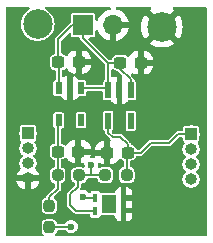
<source format=gbr>
G04 #@! TF.GenerationSoftware,KiCad,Pcbnew,8.0.1*
G04 #@! TF.CreationDate,2025-03-18T23:24:49-06:00*
G04 #@! TF.ProjectId,AlcoholSensor_Rev3,416c636f-686f-46c5-9365-6e736f725f52,rev?*
G04 #@! TF.SameCoordinates,Original*
G04 #@! TF.FileFunction,Copper,L2,Bot*
G04 #@! TF.FilePolarity,Positive*
%FSLAX46Y46*%
G04 Gerber Fmt 4.6, Leading zero omitted, Abs format (unit mm)*
G04 Created by KiCad (PCBNEW 8.0.1) date 2025-03-18 23:24:49*
%MOMM*%
%LPD*%
G01*
G04 APERTURE LIST*
G04 Aperture macros list*
%AMRoundRect*
0 Rectangle with rounded corners*
0 $1 Rounding radius*
0 $2 $3 $4 $5 $6 $7 $8 $9 X,Y pos of 4 corners*
0 Add a 4 corners polygon primitive as box body*
4,1,4,$2,$3,$4,$5,$6,$7,$8,$9,$2,$3,0*
0 Add four circle primitives for the rounded corners*
1,1,$1+$1,$2,$3*
1,1,$1+$1,$4,$5*
1,1,$1+$1,$6,$7*
1,1,$1+$1,$8,$9*
0 Add four rect primitives between the rounded corners*
20,1,$1+$1,$2,$3,$4,$5,0*
20,1,$1+$1,$4,$5,$6,$7,0*
20,1,$1+$1,$6,$7,$8,$9,0*
20,1,$1+$1,$8,$9,$2,$3,0*%
G04 Aperture macros list end*
G04 #@! TA.AperFunction,SMDPad,CuDef*
%ADD10R,0.508000X1.320800*%
G04 #@! TD*
G04 #@! TA.AperFunction,SMDPad,CuDef*
%ADD11R,0.508000X1.003300*%
G04 #@! TD*
G04 #@! TA.AperFunction,ComponentPad*
%ADD12C,2.500000*%
G04 #@! TD*
G04 #@! TA.AperFunction,ComponentPad*
%ADD13R,1.000000X1.000000*%
G04 #@! TD*
G04 #@! TA.AperFunction,ComponentPad*
%ADD14O,1.000000X1.000000*%
G04 #@! TD*
G04 #@! TA.AperFunction,ComponentPad*
%ADD15R,1.700000X1.700000*%
G04 #@! TD*
G04 #@! TA.AperFunction,ComponentPad*
%ADD16O,1.700000X1.700000*%
G04 #@! TD*
G04 #@! TA.AperFunction,SMDPad,CuDef*
%ADD17RoundRect,0.237500X-0.300000X-0.237500X0.300000X-0.237500X0.300000X0.237500X-0.300000X0.237500X0*%
G04 #@! TD*
G04 #@! TA.AperFunction,SMDPad,CuDef*
%ADD18RoundRect,0.237500X0.237500X-0.250000X0.237500X0.250000X-0.237500X0.250000X-0.237500X-0.250000X0*%
G04 #@! TD*
G04 #@! TA.AperFunction,SMDPad,CuDef*
%ADD19RoundRect,0.237500X0.300000X0.237500X-0.300000X0.237500X-0.300000X-0.237500X0.300000X-0.237500X0*%
G04 #@! TD*
G04 #@! TA.AperFunction,SMDPad,CuDef*
%ADD20RoundRect,0.237500X-0.250000X-0.237500X0.250000X-0.237500X0.250000X0.237500X-0.250000X0.237500X0*%
G04 #@! TD*
G04 #@! TA.AperFunction,SMDPad,CuDef*
%ADD21RoundRect,0.237500X0.250000X0.237500X-0.250000X0.237500X-0.250000X-0.237500X0.250000X-0.237500X0*%
G04 #@! TD*
G04 #@! TA.AperFunction,SMDPad,CuDef*
%ADD22R,0.450000X0.800000*%
G04 #@! TD*
G04 #@! TA.AperFunction,SMDPad,CuDef*
%ADD23R,1.300000X1.500000*%
G04 #@! TD*
G04 #@! TA.AperFunction,ViaPad*
%ADD24C,0.600000*%
G04 #@! TD*
G04 #@! TA.AperFunction,Conductor*
%ADD25C,0.152400*%
G04 #@! TD*
G04 APERTURE END LIST*
D10*
X180539998Y-76340000D03*
X181489999Y-76340000D03*
X182440000Y-76340000D03*
X182440000Y-78930800D03*
X180539998Y-78930800D03*
D11*
X176329998Y-76170000D03*
X177279999Y-76170000D03*
X178230000Y-76170000D03*
X178230000Y-78875100D03*
X176329998Y-78875100D03*
D12*
X174560000Y-70740000D03*
D13*
X187550000Y-80050000D03*
D14*
X187550000Y-81320000D03*
X187550000Y-82590000D03*
X187550000Y-83860000D03*
D12*
X185090000Y-70960000D03*
D13*
X173740000Y-79980000D03*
D14*
X173740000Y-81250000D03*
X173740000Y-82520000D03*
X173740000Y-83790000D03*
D15*
X178420000Y-70830000D03*
D16*
X180960000Y-70830000D03*
D17*
X176285000Y-81540000D03*
X178010000Y-81540000D03*
D18*
X175550000Y-87942500D03*
X175550000Y-86117500D03*
D19*
X182190000Y-81620000D03*
X180465000Y-81620000D03*
D17*
X181565000Y-74020000D03*
X183290000Y-74020000D03*
D20*
X176250000Y-83530000D03*
X178075000Y-83530000D03*
D21*
X182110000Y-83520000D03*
X180285000Y-83520000D03*
D22*
X179420000Y-86550000D03*
X179420000Y-85470000D03*
X181840000Y-85470000D03*
X181840000Y-86550000D03*
D23*
X180630000Y-86010000D03*
D17*
X176325000Y-73960000D03*
X178050000Y-73960000D03*
D24*
X186660000Y-73720000D03*
X179100000Y-82640000D03*
X178440000Y-85350000D03*
X177400000Y-87900000D03*
D25*
X179080000Y-83520000D02*
X178085000Y-83520000D01*
X177330000Y-85130000D02*
X177960000Y-84500000D01*
X177330000Y-86060000D02*
X177330000Y-85130000D01*
X180285000Y-83520000D02*
X179080000Y-83520000D01*
X179080000Y-82660000D02*
X179100000Y-82640000D01*
X179080000Y-83520000D02*
X179080000Y-82660000D01*
X177960000Y-83645000D02*
X178075000Y-83530000D01*
X178085000Y-83520000D02*
X178075000Y-83530000D01*
X177960000Y-84500000D02*
X177960000Y-83645000D01*
X179420000Y-86550000D02*
X177820000Y-86550000D01*
X177820000Y-86550000D02*
X177330000Y-86060000D01*
X176250000Y-81575000D02*
X176285000Y-81540000D01*
X176250000Y-83530000D02*
X176250000Y-81575000D01*
X176250000Y-84690000D02*
X176250000Y-83530000D01*
X176285000Y-78920098D02*
X176329998Y-78875100D01*
X175550000Y-86117500D02*
X175550000Y-85390000D01*
X175550000Y-85390000D02*
X176250000Y-84690000D01*
X176285000Y-81540000D02*
X176285000Y-78920098D01*
X182440000Y-75410000D02*
X181565000Y-74535000D01*
X178230000Y-76170000D02*
X180369998Y-76170000D01*
X180539998Y-74069998D02*
X180190000Y-73720000D01*
X177510000Y-70830000D02*
X178420000Y-70830000D01*
X181565000Y-74020000D02*
X180490000Y-74020000D01*
X176329998Y-73964998D02*
X176325000Y-73960000D01*
X176325000Y-72015000D02*
X177510000Y-70830000D01*
X180539998Y-76340000D02*
X180539998Y-74069998D01*
X180190000Y-73720000D02*
X178420000Y-71950000D01*
X180369998Y-76170000D02*
X180539998Y-76340000D01*
X181565000Y-74025000D02*
X181565000Y-74020000D01*
X181565000Y-74535000D02*
X181565000Y-74020000D01*
X176325000Y-73960000D02*
X176325000Y-72015000D01*
X178460000Y-70830000D02*
X178420000Y-70830000D01*
X182440000Y-76340000D02*
X182440000Y-75410000D01*
X176329998Y-76170000D02*
X176329998Y-73964998D01*
X178420000Y-71950000D02*
X178420000Y-70830000D01*
X180490000Y-74020000D02*
X180190000Y-73720000D01*
X178560000Y-85470000D02*
X178440000Y-85350000D01*
X177400000Y-87900000D02*
X177357500Y-87942500D01*
X179420000Y-85470000D02*
X178560000Y-85470000D01*
X177357500Y-87942500D02*
X175550000Y-87942500D01*
X181840000Y-85470000D02*
X181840000Y-86550000D01*
X177279999Y-76170000D02*
X177320000Y-76129999D01*
X177320000Y-76129999D02*
X177320000Y-75420000D01*
X178050000Y-74690000D02*
X178050000Y-73960000D01*
X177320000Y-75420000D02*
X178050000Y-74690000D01*
X178120000Y-81650000D02*
X178010000Y-81540000D01*
X181570000Y-80300000D02*
X180900000Y-80300000D01*
X186470000Y-80050000D02*
X187550000Y-80050000D01*
X183310000Y-81620000D02*
X184120000Y-80810000D01*
X182110000Y-83520000D02*
X182110000Y-81700000D01*
X180900000Y-80300000D02*
X180539998Y-79939998D01*
X182190000Y-81620000D02*
X183310000Y-81620000D01*
X180539998Y-79939998D02*
X180539998Y-78930800D01*
X182110000Y-81760000D02*
X182000000Y-81650000D01*
X185710000Y-80810000D02*
X186470000Y-80050000D01*
X182190000Y-80920000D02*
X181570000Y-80300000D01*
X184120000Y-80810000D02*
X185710000Y-80810000D01*
X182110000Y-81700000D02*
X182190000Y-81620000D01*
X182190000Y-81620000D02*
X182190000Y-80920000D01*
G04 #@! TA.AperFunction,Conductor*
G36*
X173861049Y-69285185D02*
G01*
X173906804Y-69337989D01*
X173916748Y-69407147D01*
X173887723Y-69470703D01*
X173853029Y-69498554D01*
X173834693Y-69508477D01*
X173776114Y-69540178D01*
X173776108Y-69540182D01*
X173589329Y-69685558D01*
X173589326Y-69685561D01*
X173429003Y-69859718D01*
X173299543Y-70057873D01*
X173204458Y-70274644D01*
X173146351Y-70504107D01*
X173126805Y-70739994D01*
X173126805Y-70740005D01*
X173146351Y-70975892D01*
X173146351Y-70975895D01*
X173146352Y-70975896D01*
X173204459Y-71205358D01*
X173211562Y-71221550D01*
X173299543Y-71422126D01*
X173429003Y-71620281D01*
X173429006Y-71620285D01*
X173429008Y-71620287D01*
X173589323Y-71794436D01*
X173589326Y-71794438D01*
X173589329Y-71794441D01*
X173776108Y-71939817D01*
X173776114Y-71939821D01*
X173776117Y-71939823D01*
X173984292Y-72052482D01*
X174208171Y-72129340D01*
X174441648Y-72168300D01*
X174678352Y-72168300D01*
X174911829Y-72129340D01*
X175135708Y-72052482D01*
X175343883Y-71939823D01*
X175344986Y-71938965D01*
X175432514Y-71870839D01*
X175530677Y-71794436D01*
X175690992Y-71620287D01*
X175699297Y-71607576D01*
X175820456Y-71422126D01*
X175820457Y-71422125D01*
X175915541Y-71205358D01*
X175973648Y-70975896D01*
X175993195Y-70740000D01*
X175989752Y-70698454D01*
X175973648Y-70504107D01*
X175973648Y-70504104D01*
X175915541Y-70274642D01*
X175820457Y-70057875D01*
X175820456Y-70057873D01*
X175690996Y-69859718D01*
X175690993Y-69859715D01*
X175690992Y-69859713D01*
X175530677Y-69685564D01*
X175530672Y-69685560D01*
X175530670Y-69685558D01*
X175343891Y-69540182D01*
X175343885Y-69540178D01*
X175286781Y-69509275D01*
X175266971Y-69498554D01*
X175217382Y-69449335D01*
X175202274Y-69381119D01*
X175226444Y-69315563D01*
X175282220Y-69273482D01*
X175325990Y-69265500D01*
X180640919Y-69265500D01*
X180707958Y-69285185D01*
X180753713Y-69337989D01*
X180763657Y-69407147D01*
X180734632Y-69470703D01*
X180675854Y-69508477D01*
X180673012Y-69509275D01*
X180496516Y-69556566D01*
X180496507Y-69556570D01*
X180282422Y-69656399D01*
X180282420Y-69656400D01*
X180088926Y-69791886D01*
X180088920Y-69791891D01*
X179921891Y-69958920D01*
X179921886Y-69958926D01*
X179786400Y-70152420D01*
X179786399Y-70152422D01*
X179684681Y-70370557D01*
X179638508Y-70422996D01*
X179571315Y-70442148D01*
X179504434Y-70421932D01*
X179459099Y-70368767D01*
X179448299Y-70318152D01*
X179448299Y-69962441D01*
X179448298Y-69962434D01*
X179437955Y-69910431D01*
X179398547Y-69851453D01*
X179339569Y-69812045D01*
X179339568Y-69812044D01*
X179339567Y-69812044D01*
X179339566Y-69812043D01*
X179287563Y-69801700D01*
X177552441Y-69801700D01*
X177500430Y-69812045D01*
X177461022Y-69838377D01*
X177441455Y-69851452D01*
X177441452Y-69851454D01*
X177402044Y-69910432D01*
X177402043Y-69910433D01*
X177391700Y-69962434D01*
X177391700Y-70537019D01*
X177372015Y-70604058D01*
X177355382Y-70624700D01*
X177294245Y-70685837D01*
X177294244Y-70685838D01*
X176731947Y-71248135D01*
X176163396Y-71816685D01*
X176163395Y-71816685D01*
X176163396Y-71816686D01*
X176109242Y-71870839D01*
X176070501Y-71964373D01*
X176070500Y-71964378D01*
X176070500Y-73188404D01*
X176050815Y-73255443D01*
X175998011Y-73301198D01*
X175965898Y-73310877D01*
X175894912Y-73322119D01*
X175837394Y-73351426D01*
X175777552Y-73381918D01*
X175777551Y-73381919D01*
X175777546Y-73381922D01*
X175684422Y-73475046D01*
X175684415Y-73475055D01*
X175624621Y-73592406D01*
X175624619Y-73592411D01*
X175609200Y-73689769D01*
X175609200Y-74230223D01*
X175615500Y-74270000D01*
X175624621Y-74327591D01*
X175684418Y-74444948D01*
X175684420Y-74444950D01*
X175684422Y-74444953D01*
X175777546Y-74538077D01*
X175777555Y-74538084D01*
X175894906Y-74597878D01*
X175894907Y-74597878D01*
X175894909Y-74597879D01*
X175970897Y-74609914D01*
X176034030Y-74639842D01*
X176070962Y-74699154D01*
X176075498Y-74732387D01*
X176075498Y-75388931D01*
X176055813Y-75455970D01*
X176015041Y-75491298D01*
X176016585Y-75493609D01*
X176006429Y-75500394D01*
X176006429Y-75500395D01*
X175947453Y-75539802D01*
X175947450Y-75539804D01*
X175908042Y-75598782D01*
X175908041Y-75598783D01*
X175897698Y-75650784D01*
X175897698Y-76689208D01*
X175908042Y-76741216D01*
X175908043Y-76741219D01*
X175947451Y-76800197D01*
X176006429Y-76839605D01*
X176006430Y-76839605D01*
X176006431Y-76839606D01*
X176037576Y-76845800D01*
X176058437Y-76849950D01*
X176474241Y-76849949D01*
X176541280Y-76869633D01*
X176576393Y-76907341D01*
X176577332Y-76906639D01*
X176668812Y-77028840D01*
X176783905Y-77115000D01*
X176783912Y-77115004D01*
X176918619Y-77165246D01*
X176918626Y-77165248D01*
X176978154Y-77171649D01*
X176978171Y-77171650D01*
X177029999Y-77171650D01*
X177029999Y-75168350D01*
X176978154Y-75168350D01*
X176918626Y-75174751D01*
X176918619Y-75174753D01*
X176783912Y-75224995D01*
X176783906Y-75224998D01*
X176782807Y-75225822D01*
X176781520Y-75226301D01*
X176776127Y-75229247D01*
X176775703Y-75228471D01*
X176717342Y-75250238D01*
X176649069Y-75235385D01*
X176599665Y-75185979D01*
X176584498Y-75126554D01*
X176584498Y-74730803D01*
X176604183Y-74663764D01*
X176656987Y-74618009D01*
X176689097Y-74608330D01*
X176755091Y-74597879D01*
X176872448Y-74538082D01*
X176898318Y-74512211D01*
X176959639Y-74478727D01*
X177029331Y-74483711D01*
X177085265Y-74525581D01*
X177091537Y-74534796D01*
X177167552Y-74658034D01*
X177167555Y-74658038D01*
X177289461Y-74779944D01*
X177289465Y-74779947D01*
X177436188Y-74870448D01*
X177436199Y-74870453D01*
X177605772Y-74926644D01*
X177634441Y-74946493D01*
X177691436Y-74934095D01*
X177695205Y-74934422D01*
X177700856Y-74934999D01*
X177700857Y-74934999D01*
X177800000Y-74934998D01*
X177800000Y-74210000D01*
X178300000Y-74210000D01*
X178300000Y-74934999D01*
X178399140Y-74934999D01*
X178399154Y-74934998D01*
X178500152Y-74924680D01*
X178663800Y-74870453D01*
X178663811Y-74870448D01*
X178810534Y-74779947D01*
X178810538Y-74779944D01*
X178932444Y-74658038D01*
X178932447Y-74658034D01*
X179022948Y-74511311D01*
X179022953Y-74511300D01*
X179077180Y-74347652D01*
X179087499Y-74246654D01*
X179087500Y-74246641D01*
X179087500Y-74210000D01*
X178300000Y-74210000D01*
X177800000Y-74210000D01*
X177800000Y-72985000D01*
X178300000Y-72985000D01*
X178300000Y-73710000D01*
X179087499Y-73710000D01*
X179087499Y-73673360D01*
X179087498Y-73673345D01*
X179077180Y-73572347D01*
X179022953Y-73408699D01*
X179022948Y-73408688D01*
X178932447Y-73261965D01*
X178932444Y-73261961D01*
X178810538Y-73140055D01*
X178810534Y-73140052D01*
X178663811Y-73049551D01*
X178663800Y-73049546D01*
X178500152Y-72995319D01*
X178399154Y-72985000D01*
X178300000Y-72985000D01*
X177800000Y-72985000D01*
X177800000Y-72984999D01*
X177700860Y-72985000D01*
X177700844Y-72985001D01*
X177599847Y-72995319D01*
X177436199Y-73049546D01*
X177436188Y-73049551D01*
X177289465Y-73140052D01*
X177289461Y-73140055D01*
X177167554Y-73261962D01*
X177091537Y-73385204D01*
X177039589Y-73431928D01*
X176970626Y-73443149D01*
X176906544Y-73415305D01*
X176898318Y-73407787D01*
X176872453Y-73381922D01*
X176872444Y-73381915D01*
X176755093Y-73322121D01*
X176755088Y-73322120D01*
X176684101Y-73310876D01*
X176620967Y-73280946D01*
X176584036Y-73221634D01*
X176579500Y-73188403D01*
X176579500Y-72171778D01*
X176599185Y-72104739D01*
X176615815Y-72084101D01*
X177180021Y-71519894D01*
X177241342Y-71486411D01*
X177311033Y-71491395D01*
X177366967Y-71533266D01*
X177391384Y-71598731D01*
X177391700Y-71607576D01*
X177391700Y-71697557D01*
X177399496Y-71736751D01*
X177402045Y-71749569D01*
X177441453Y-71808547D01*
X177500431Y-71847955D01*
X177500432Y-71847955D01*
X177500433Y-71847956D01*
X177531578Y-71854150D01*
X177552439Y-71858300D01*
X178041500Y-71858299D01*
X178108539Y-71877983D01*
X178154294Y-71930787D01*
X178165500Y-71982299D01*
X178165500Y-72000621D01*
X178165501Y-72000626D01*
X178204242Y-72094160D01*
X180249179Y-74139097D01*
X180282664Y-74200420D01*
X180285498Y-74226778D01*
X180285498Y-75400181D01*
X180265813Y-75467220D01*
X180225041Y-75502548D01*
X180226585Y-75504859D01*
X180216429Y-75511644D01*
X180216429Y-75511645D01*
X180157453Y-75551052D01*
X180157450Y-75551054D01*
X180118042Y-75610032D01*
X180118041Y-75610033D01*
X180107698Y-75662034D01*
X180107698Y-75791500D01*
X180088013Y-75858539D01*
X180035209Y-75904294D01*
X179983698Y-75915500D01*
X178786299Y-75915500D01*
X178719260Y-75895815D01*
X178673505Y-75843011D01*
X178662299Y-75791500D01*
X178662299Y-75650791D01*
X178662298Y-75650784D01*
X178651955Y-75598781D01*
X178612547Y-75539803D01*
X178553569Y-75500395D01*
X178553568Y-75500394D01*
X178553567Y-75500394D01*
X178553566Y-75500393D01*
X178501565Y-75490050D01*
X178085756Y-75490050D01*
X178018717Y-75470365D01*
X177983609Y-75432656D01*
X177982668Y-75433361D01*
X177891189Y-75311162D01*
X177891186Y-75311159D01*
X177776092Y-75224999D01*
X177776087Y-75224996D01*
X177639256Y-75173961D01*
X177614297Y-75155276D01*
X177566768Y-75168350D01*
X177529999Y-75168350D01*
X177529999Y-77171650D01*
X177581827Y-77171650D01*
X177581843Y-77171649D01*
X177641371Y-77165248D01*
X177641378Y-77165246D01*
X177776085Y-77115004D01*
X177776092Y-77115000D01*
X177891186Y-77028840D01*
X177891189Y-77028837D01*
X177982668Y-76906639D01*
X177983891Y-76907554D01*
X178026332Y-76865116D01*
X178085754Y-76849949D01*
X178501560Y-76849949D01*
X178553569Y-76839605D01*
X178612547Y-76800197D01*
X178651955Y-76741219D01*
X178662300Y-76689211D01*
X178662300Y-76548500D01*
X178681985Y-76481461D01*
X178734789Y-76435706D01*
X178786300Y-76424500D01*
X179983699Y-76424500D01*
X180050738Y-76444185D01*
X180096493Y-76496989D01*
X180107699Y-76548500D01*
X180107699Y-77017960D01*
X180118043Y-77069969D01*
X180157451Y-77128947D01*
X180216429Y-77168355D01*
X180216430Y-77168355D01*
X180216431Y-77168356D01*
X180247576Y-77174550D01*
X180268437Y-77178700D01*
X180684241Y-77178699D01*
X180751280Y-77198383D01*
X180786393Y-77236091D01*
X180787332Y-77235389D01*
X180878812Y-77357590D01*
X180993905Y-77443750D01*
X180993912Y-77443754D01*
X181128619Y-77493996D01*
X181128626Y-77493998D01*
X181188154Y-77500399D01*
X181188171Y-77500400D01*
X181239999Y-77500400D01*
X181239999Y-75179600D01*
X181188154Y-75179600D01*
X181128626Y-75186001D01*
X181128619Y-75186003D01*
X180993912Y-75236245D01*
X180993906Y-75236248D01*
X180992807Y-75237072D01*
X180991520Y-75237551D01*
X180986127Y-75240497D01*
X180985703Y-75239721D01*
X180927342Y-75261488D01*
X180859069Y-75246635D01*
X180809665Y-75197229D01*
X180794498Y-75137804D01*
X180794498Y-74674391D01*
X180814183Y-74607352D01*
X180866987Y-74561597D01*
X180936145Y-74551653D01*
X180999701Y-74580678D01*
X181006179Y-74586710D01*
X181017546Y-74598077D01*
X181017555Y-74598084D01*
X181134906Y-74657878D01*
X181134911Y-74657880D01*
X181209540Y-74669699D01*
X181232275Y-74673300D01*
X181292017Y-74673299D01*
X181359056Y-74692983D01*
X181379699Y-74709618D01*
X181707159Y-75037077D01*
X181740644Y-75098400D01*
X181738510Y-75128238D01*
X181739999Y-75128238D01*
X181739999Y-77500400D01*
X181791827Y-77500400D01*
X181791843Y-77500399D01*
X181851371Y-77493998D01*
X181851378Y-77493996D01*
X181986085Y-77443754D01*
X181986092Y-77443750D01*
X182101186Y-77357590D01*
X182101189Y-77357587D01*
X182192668Y-77235389D01*
X182193891Y-77236304D01*
X182236332Y-77193866D01*
X182295754Y-77178699D01*
X182711560Y-77178699D01*
X182763569Y-77168355D01*
X182822547Y-77128947D01*
X182861955Y-77069969D01*
X182872300Y-77017961D01*
X182872299Y-75662040D01*
X182861955Y-75610031D01*
X182822547Y-75551053D01*
X182763569Y-75511645D01*
X182763568Y-75511644D01*
X182753414Y-75504860D01*
X182755292Y-75502047D01*
X182716640Y-75470894D01*
X182694580Y-75404599D01*
X182694501Y-75400182D01*
X182694501Y-75359378D01*
X182694501Y-75359377D01*
X182655755Y-75265837D01*
X182497769Y-75107851D01*
X182464284Y-75046528D01*
X182469268Y-74976836D01*
X182511140Y-74920903D01*
X182576604Y-74896486D01*
X182644877Y-74911338D01*
X182650548Y-74914632D01*
X182676192Y-74930450D01*
X182676199Y-74930453D01*
X182839847Y-74984680D01*
X182940851Y-74994999D01*
X183040000Y-74994998D01*
X183040000Y-74270000D01*
X183540000Y-74270000D01*
X183540000Y-74994999D01*
X183639140Y-74994999D01*
X183639154Y-74994998D01*
X183740152Y-74984680D01*
X183903800Y-74930453D01*
X183903811Y-74930448D01*
X184050534Y-74839947D01*
X184050538Y-74839944D01*
X184172444Y-74718038D01*
X184172447Y-74718034D01*
X184262948Y-74571311D01*
X184262953Y-74571300D01*
X184317180Y-74407652D01*
X184327499Y-74306654D01*
X184327500Y-74306641D01*
X184327500Y-74270000D01*
X183540000Y-74270000D01*
X183040000Y-74270000D01*
X183040000Y-73045000D01*
X183540000Y-73045000D01*
X183540000Y-73770000D01*
X184327499Y-73770000D01*
X184327499Y-73733360D01*
X184327498Y-73733345D01*
X184317180Y-73632347D01*
X184262953Y-73468699D01*
X184262948Y-73468688D01*
X184172447Y-73321965D01*
X184172444Y-73321961D01*
X184050538Y-73200055D01*
X184050534Y-73200052D01*
X183903811Y-73109551D01*
X183903800Y-73109546D01*
X183740152Y-73055319D01*
X183639154Y-73045000D01*
X183540000Y-73045000D01*
X183040000Y-73045000D01*
X183040000Y-73044999D01*
X182940860Y-73045000D01*
X182940844Y-73045001D01*
X182839847Y-73055319D01*
X182676199Y-73109546D01*
X182676188Y-73109551D01*
X182529465Y-73200052D01*
X182529461Y-73200055D01*
X182407554Y-73321962D01*
X182331537Y-73445204D01*
X182279589Y-73491928D01*
X182210626Y-73503149D01*
X182146544Y-73475305D01*
X182138318Y-73467787D01*
X182112453Y-73441922D01*
X182112444Y-73441915D01*
X181995093Y-73382121D01*
X181995088Y-73382119D01*
X181897730Y-73366700D01*
X181232276Y-73366700D01*
X181148221Y-73380012D01*
X181134909Y-73382121D01*
X181017552Y-73441918D01*
X181017551Y-73441919D01*
X181017546Y-73441922D01*
X180924422Y-73535046D01*
X180924415Y-73535055D01*
X180864621Y-73652406D01*
X180863277Y-73660897D01*
X180833348Y-73724032D01*
X180774037Y-73760964D01*
X180740803Y-73765500D01*
X180646780Y-73765500D01*
X180579741Y-73745815D01*
X180559099Y-73729181D01*
X178899898Y-72069980D01*
X178866413Y-72008657D01*
X178871397Y-71938965D01*
X178913269Y-71883032D01*
X178978733Y-71858615D01*
X178987579Y-71858299D01*
X179287558Y-71858299D01*
X179287560Y-71858299D01*
X179339569Y-71847955D01*
X179398547Y-71808547D01*
X179437955Y-71749569D01*
X179448300Y-71697561D01*
X179448299Y-71341845D01*
X179467983Y-71274809D01*
X179520787Y-71229054D01*
X179589946Y-71219110D01*
X179653501Y-71248135D01*
X179684681Y-71289443D01*
X179786399Y-71507578D01*
X179921894Y-71701082D01*
X180088917Y-71868105D01*
X180282421Y-72003600D01*
X180496507Y-72103429D01*
X180496516Y-72103433D01*
X180710000Y-72160634D01*
X180710000Y-71263012D01*
X180767007Y-71295925D01*
X180894174Y-71330000D01*
X181025826Y-71330000D01*
X181152993Y-71295925D01*
X181210000Y-71263012D01*
X181210000Y-72160633D01*
X181423483Y-72103433D01*
X181423492Y-72103429D01*
X181637578Y-72003600D01*
X181831082Y-71868105D01*
X181998105Y-71701082D01*
X182133600Y-71507578D01*
X182233429Y-71293492D01*
X182233432Y-71293486D01*
X182290636Y-71080000D01*
X181393012Y-71080000D01*
X181425925Y-71022993D01*
X181460000Y-70895826D01*
X181460000Y-70764174D01*
X181425925Y-70637007D01*
X181393012Y-70580000D01*
X182290636Y-70580000D01*
X182290635Y-70579999D01*
X182233432Y-70366513D01*
X182233429Y-70366507D01*
X182133600Y-70152422D01*
X182133599Y-70152420D01*
X181998113Y-69958926D01*
X181998108Y-69958920D01*
X181831082Y-69791894D01*
X181637578Y-69656399D01*
X181423492Y-69556570D01*
X181423483Y-69556566D01*
X181246988Y-69509275D01*
X181187327Y-69472910D01*
X181156798Y-69410063D01*
X181165093Y-69340687D01*
X181209578Y-69286810D01*
X181276130Y-69265535D01*
X181279081Y-69265500D01*
X184066793Y-69265500D01*
X184133832Y-69285185D01*
X184179587Y-69337989D01*
X184189531Y-69407147D01*
X184160506Y-69470703D01*
X184136644Y-69491954D01*
X184040830Y-69557277D01*
X184580979Y-70097426D01*
X184452537Y-70183249D01*
X184313249Y-70322537D01*
X184227426Y-70450979D01*
X183687874Y-69911427D01*
X183640028Y-69971425D01*
X183508883Y-70198573D01*
X183413058Y-70442729D01*
X183354693Y-70698449D01*
X183354692Y-70698454D01*
X183335093Y-70959995D01*
X183335093Y-70960004D01*
X183354692Y-71221545D01*
X183354693Y-71221550D01*
X183413058Y-71477270D01*
X183508883Y-71721426D01*
X183508882Y-71721426D01*
X183640027Y-71948573D01*
X183687874Y-72008571D01*
X184227425Y-71469020D01*
X184313249Y-71597463D01*
X184452537Y-71736751D01*
X184580978Y-71822573D01*
X184040830Y-72362720D01*
X184212546Y-72479793D01*
X184212550Y-72479795D01*
X184448854Y-72593594D01*
X184448858Y-72593595D01*
X184699494Y-72670907D01*
X184699500Y-72670909D01*
X184958848Y-72709999D01*
X184958857Y-72710000D01*
X185221143Y-72710000D01*
X185221151Y-72709999D01*
X185480499Y-72670909D01*
X185480505Y-72670907D01*
X185731143Y-72593595D01*
X185967445Y-72479798D01*
X185967447Y-72479797D01*
X186139168Y-72362720D01*
X185599020Y-71822573D01*
X185727463Y-71736751D01*
X185866751Y-71597463D01*
X185952573Y-71469020D01*
X186492125Y-72008572D01*
X186539971Y-71948573D01*
X186671116Y-71721426D01*
X186766941Y-71477270D01*
X186825306Y-71221550D01*
X186825307Y-71221545D01*
X186844907Y-70960004D01*
X186844907Y-70959995D01*
X186825307Y-70698454D01*
X186825306Y-70698449D01*
X186766941Y-70442729D01*
X186671116Y-70198573D01*
X186671117Y-70198573D01*
X186539972Y-69971426D01*
X186492124Y-69911427D01*
X185952573Y-70450978D01*
X185866751Y-70322537D01*
X185727463Y-70183249D01*
X185599020Y-70097426D01*
X186139168Y-69557278D01*
X186043355Y-69491954D01*
X185999053Y-69437925D01*
X185990993Y-69368522D01*
X186021736Y-69305779D01*
X186081520Y-69269617D01*
X186113206Y-69265500D01*
X188765500Y-69265500D01*
X188832539Y-69285185D01*
X188878294Y-69337989D01*
X188889500Y-69389500D01*
X188889500Y-88585500D01*
X188869815Y-88652539D01*
X188817011Y-88698294D01*
X188765500Y-88709500D01*
X176157893Y-88709500D01*
X176090854Y-88689815D01*
X176045099Y-88637011D01*
X176035155Y-88567853D01*
X176064180Y-88504297D01*
X176070212Y-88497819D01*
X176128077Y-88439953D01*
X176128082Y-88439948D01*
X176187879Y-88322591D01*
X176187879Y-88322590D01*
X176187880Y-88322588D01*
X176191204Y-88301602D01*
X176221133Y-88238467D01*
X176280445Y-88201536D01*
X176313677Y-88197000D01*
X176872856Y-88197000D01*
X176939895Y-88216685D01*
X176971231Y-88245513D01*
X177007376Y-88292618D01*
X177007377Y-88292619D01*
X177007379Y-88292621D01*
X177122375Y-88380861D01*
X177256291Y-88436330D01*
X177383280Y-88453048D01*
X177399999Y-88455250D01*
X177400000Y-88455250D01*
X177400001Y-88455250D01*
X177414977Y-88453278D01*
X177543709Y-88436330D01*
X177677625Y-88380861D01*
X177792621Y-88292621D01*
X177880861Y-88177625D01*
X177936330Y-88043709D01*
X177955250Y-87900000D01*
X177936330Y-87756291D01*
X177880861Y-87622375D01*
X177792621Y-87507379D01*
X177677625Y-87419139D01*
X177677624Y-87419138D01*
X177677622Y-87419137D01*
X177543712Y-87363671D01*
X177543710Y-87363670D01*
X177543709Y-87363670D01*
X177454453Y-87351919D01*
X177400001Y-87344750D01*
X177399999Y-87344750D01*
X177256291Y-87363670D01*
X177256287Y-87363671D01*
X177122377Y-87419137D01*
X177082156Y-87450000D01*
X177007379Y-87507379D01*
X177007378Y-87507380D01*
X177007377Y-87507381D01*
X176919138Y-87622374D01*
X176917047Y-87625998D01*
X176914481Y-87628444D01*
X176914190Y-87628824D01*
X176914130Y-87628778D01*
X176866481Y-87674214D01*
X176809659Y-87688000D01*
X176313677Y-87688000D01*
X176246638Y-87668315D01*
X176200883Y-87615511D01*
X176191204Y-87583398D01*
X176187880Y-87562413D01*
X176187880Y-87562412D01*
X176187879Y-87562410D01*
X176187879Y-87562409D01*
X176128082Y-87445052D01*
X176128078Y-87445048D01*
X176128077Y-87445046D01*
X176034953Y-87351922D01*
X176034944Y-87351915D01*
X175917593Y-87292121D01*
X175917588Y-87292119D01*
X175820230Y-87276700D01*
X175279776Y-87276700D01*
X175195721Y-87290012D01*
X175182409Y-87292121D01*
X175065052Y-87351918D01*
X175065051Y-87351919D01*
X175065046Y-87351922D01*
X174971922Y-87445046D01*
X174971915Y-87445055D01*
X174912121Y-87562406D01*
X174912119Y-87562411D01*
X174896700Y-87659769D01*
X174896700Y-88225223D01*
X174898798Y-88238467D01*
X174912121Y-88322591D01*
X174971918Y-88439948D01*
X174971920Y-88439950D01*
X174971922Y-88439953D01*
X175029788Y-88497819D01*
X175063273Y-88559142D01*
X175058289Y-88628834D01*
X175016417Y-88684767D01*
X174950953Y-88709184D01*
X174942107Y-88709500D01*
X172004500Y-88709500D01*
X171937461Y-88689815D01*
X171891706Y-88637011D01*
X171880500Y-88585500D01*
X171880500Y-86400223D01*
X174896700Y-86400223D01*
X174907904Y-86470965D01*
X174912121Y-86497591D01*
X174971918Y-86614948D01*
X174971920Y-86614950D01*
X174971922Y-86614953D01*
X175065046Y-86708077D01*
X175065055Y-86708084D01*
X175182406Y-86767878D01*
X175182411Y-86767880D01*
X175279769Y-86783299D01*
X175279775Y-86783300D01*
X175820224Y-86783299D01*
X175917591Y-86767879D01*
X176034948Y-86708082D01*
X176128082Y-86614948D01*
X176187879Y-86497591D01*
X176187879Y-86497590D01*
X176187880Y-86497588D01*
X176203299Y-86400230D01*
X176203300Y-86400225D01*
X176203299Y-86110621D01*
X177075500Y-86110621D01*
X177075501Y-86110626D01*
X177114242Y-86204160D01*
X177114245Y-86204163D01*
X177675837Y-86765755D01*
X177769377Y-86804501D01*
X177769378Y-86804501D01*
X177885057Y-86804501D01*
X177885065Y-86804500D01*
X178892701Y-86804500D01*
X178959740Y-86824185D01*
X179005495Y-86876989D01*
X179016701Y-86928500D01*
X179016701Y-86967560D01*
X179027045Y-87019569D01*
X179066453Y-87078547D01*
X179125431Y-87117955D01*
X179125432Y-87117955D01*
X179125433Y-87117956D01*
X179156578Y-87124150D01*
X179177439Y-87128300D01*
X179662560Y-87128299D01*
X179714569Y-87117955D01*
X179773547Y-87078547D01*
X179812955Y-87019569D01*
X179812956Y-87019561D01*
X179816489Y-87011035D01*
X179860330Y-86956631D01*
X179926624Y-86934565D01*
X179955238Y-86936867D01*
X179962439Y-86938300D01*
X180997216Y-86938299D01*
X181064255Y-86957983D01*
X181110010Y-87010787D01*
X181120505Y-87049036D01*
X181121402Y-87057375D01*
X181121403Y-87057379D01*
X181171645Y-87192086D01*
X181171649Y-87192093D01*
X181257809Y-87307187D01*
X181257812Y-87307190D01*
X181372906Y-87393350D01*
X181372913Y-87393354D01*
X181507620Y-87443596D01*
X181507627Y-87443598D01*
X181567155Y-87449999D01*
X181567172Y-87450000D01*
X181615000Y-87450000D01*
X181615000Y-86775000D01*
X182065000Y-86775000D01*
X182065000Y-87450000D01*
X182112828Y-87450000D01*
X182112844Y-87449999D01*
X182172372Y-87443598D01*
X182172379Y-87443596D01*
X182307086Y-87393354D01*
X182307093Y-87393350D01*
X182422187Y-87307190D01*
X182422190Y-87307187D01*
X182508350Y-87192093D01*
X182508354Y-87192086D01*
X182558596Y-87057379D01*
X182558598Y-87057372D01*
X182564999Y-86997844D01*
X182565000Y-86997827D01*
X182565000Y-86775000D01*
X182065000Y-86775000D01*
X181615000Y-86775000D01*
X181615000Y-85695000D01*
X182065000Y-85695000D01*
X182065000Y-86325000D01*
X182565000Y-86325000D01*
X182565000Y-86102172D01*
X182564999Y-86102155D01*
X182558598Y-86042630D01*
X182557628Y-86038523D01*
X182557628Y-85981477D01*
X182558598Y-85977369D01*
X182564999Y-85917844D01*
X182565000Y-85917827D01*
X182565000Y-85695000D01*
X182065000Y-85695000D01*
X181615000Y-85695000D01*
X181615000Y-84570000D01*
X182065000Y-84570000D01*
X182065000Y-85245000D01*
X182565000Y-85245000D01*
X182565000Y-85022172D01*
X182564999Y-85022155D01*
X182558598Y-84962627D01*
X182558596Y-84962620D01*
X182508354Y-84827913D01*
X182508350Y-84827906D01*
X182422190Y-84712812D01*
X182422187Y-84712809D01*
X182307093Y-84626649D01*
X182307086Y-84626645D01*
X182172379Y-84576403D01*
X182172372Y-84576401D01*
X182112844Y-84570000D01*
X182065000Y-84570000D01*
X181615000Y-84570000D01*
X181567155Y-84570000D01*
X181507627Y-84576401D01*
X181507620Y-84576403D01*
X181372913Y-84626645D01*
X181372906Y-84626649D01*
X181257812Y-84712809D01*
X181257809Y-84712812D01*
X181171649Y-84827906D01*
X181171645Y-84827913D01*
X181121403Y-84962620D01*
X181121401Y-84962626D01*
X181120506Y-84970957D01*
X181093768Y-85035507D01*
X181036375Y-85075355D01*
X180997217Y-85081700D01*
X179962442Y-85081700D01*
X179957073Y-85082768D01*
X179955235Y-85083133D01*
X179885645Y-85076903D01*
X179830470Y-85034037D01*
X179816486Y-85008959D01*
X179812955Y-85000434D01*
X179812955Y-85000431D01*
X179773547Y-84941453D01*
X179714569Y-84902045D01*
X179714568Y-84902044D01*
X179714567Y-84902044D01*
X179714566Y-84902043D01*
X179662563Y-84891700D01*
X179177441Y-84891700D01*
X179125430Y-84902045D01*
X179107172Y-84914245D01*
X179066455Y-84941452D01*
X179066452Y-84941454D01*
X179048059Y-84968981D01*
X178994446Y-85013785D01*
X178925121Y-85022491D01*
X178862094Y-84992335D01*
X178846585Y-84975577D01*
X178832621Y-84957379D01*
X178717625Y-84869139D01*
X178717624Y-84869138D01*
X178717622Y-84869137D01*
X178583712Y-84813671D01*
X178583710Y-84813670D01*
X178583709Y-84813670D01*
X178490754Y-84801432D01*
X178440001Y-84794750D01*
X178439998Y-84794750D01*
X178307477Y-84812197D01*
X178238442Y-84801432D01*
X178186186Y-84755052D01*
X178167301Y-84687783D01*
X178176731Y-84641805D01*
X178200054Y-84585500D01*
X178200435Y-84584582D01*
X178204285Y-84575285D01*
X178214501Y-84550623D01*
X178214501Y-84449376D01*
X178214501Y-84439387D01*
X178214500Y-84439373D01*
X178214500Y-84307299D01*
X178234185Y-84240260D01*
X178286989Y-84194505D01*
X178338500Y-84183299D01*
X178357723Y-84183299D01*
X178357724Y-84183299D01*
X178455091Y-84167879D01*
X178572448Y-84108082D01*
X178665582Y-84014948D01*
X178725379Y-83897591D01*
X178725379Y-83897590D01*
X178725380Y-83897588D01*
X178728308Y-83879102D01*
X178758237Y-83815967D01*
X178817549Y-83779036D01*
X178850781Y-83774500D01*
X179029377Y-83774500D01*
X179130623Y-83774500D01*
X179510803Y-83774500D01*
X179577842Y-83794185D01*
X179623597Y-83846989D01*
X179633276Y-83879102D01*
X179634619Y-83887587D01*
X179634620Y-83887590D01*
X179634621Y-83887591D01*
X179694418Y-84004948D01*
X179694420Y-84004950D01*
X179694422Y-84004953D01*
X179787546Y-84098077D01*
X179787555Y-84098084D01*
X179904906Y-84157878D01*
X179904911Y-84157880D01*
X180002269Y-84173299D01*
X180002275Y-84173300D01*
X180567724Y-84173299D01*
X180665091Y-84157879D01*
X180782448Y-84098082D01*
X180875582Y-84004948D01*
X180935379Y-83887591D01*
X180935379Y-83887590D01*
X180935380Y-83887588D01*
X180950799Y-83790230D01*
X180950800Y-83790225D01*
X180950799Y-83249776D01*
X180935379Y-83152409D01*
X180875582Y-83035052D01*
X180875578Y-83035048D01*
X180875577Y-83035046D01*
X180782453Y-82941922D01*
X180782444Y-82941915D01*
X180665093Y-82882121D01*
X180665088Y-82882119D01*
X180567730Y-82866700D01*
X180002276Y-82866700D01*
X179904908Y-82882121D01*
X179811476Y-82929727D01*
X179742807Y-82942623D01*
X179678067Y-82916346D01*
X179637810Y-82859239D01*
X179634818Y-82789434D01*
X179635409Y-82787140D01*
X179636323Y-82783725D01*
X179636330Y-82783709D01*
X179655250Y-82640000D01*
X179655250Y-82631872D01*
X179658915Y-82631872D01*
X179666737Y-82579599D01*
X179712794Y-82527058D01*
X179779945Y-82507758D01*
X179844334Y-82526219D01*
X179851195Y-82530451D01*
X179851199Y-82530453D01*
X180014847Y-82584680D01*
X180115851Y-82594999D01*
X180215000Y-82594998D01*
X180215000Y-81870000D01*
X179427501Y-81870000D01*
X179427501Y-81906657D01*
X179435526Y-81985209D01*
X179422756Y-82053902D01*
X179374875Y-82104786D01*
X179307085Y-82121706D01*
X179264716Y-82112371D01*
X179243712Y-82103671D01*
X179243710Y-82103670D01*
X179243709Y-82103670D01*
X179222274Y-82100848D01*
X179138620Y-82089834D01*
X179074724Y-82061567D01*
X179036254Y-82003242D01*
X179035423Y-81933377D01*
X179037105Y-81927879D01*
X179037181Y-81927648D01*
X179047499Y-81826654D01*
X179047500Y-81826641D01*
X179047500Y-81790000D01*
X178260000Y-81790000D01*
X178260000Y-82514999D01*
X178359140Y-82514999D01*
X178359154Y-82514998D01*
X178408148Y-82509993D01*
X178476841Y-82522762D01*
X178527725Y-82570643D01*
X178544750Y-82633351D01*
X178544750Y-82640000D01*
X178558884Y-82747356D01*
X178548119Y-82816392D01*
X178501739Y-82868648D01*
X178434470Y-82887533D01*
X178416548Y-82886016D01*
X178357725Y-82876700D01*
X177792276Y-82876700D01*
X177715904Y-82888796D01*
X177694909Y-82892121D01*
X177577552Y-82951918D01*
X177577551Y-82951919D01*
X177577546Y-82951922D01*
X177484422Y-83045046D01*
X177484415Y-83045055D01*
X177424621Y-83162406D01*
X177424619Y-83162411D01*
X177409200Y-83259769D01*
X177409200Y-83800223D01*
X177411694Y-83815967D01*
X177424621Y-83897591D01*
X177484418Y-84014948D01*
X177484420Y-84014950D01*
X177484422Y-84014953D01*
X177577546Y-84108077D01*
X177577548Y-84108078D01*
X177577552Y-84108082D01*
X177637796Y-84138778D01*
X177688591Y-84186752D01*
X177705500Y-84249262D01*
X177705500Y-84343219D01*
X177685815Y-84410258D01*
X177669181Y-84430900D01*
X177168395Y-84931685D01*
X177168396Y-84931686D01*
X177114242Y-84985839D01*
X177075501Y-85079373D01*
X177075500Y-85079378D01*
X177075500Y-86110621D01*
X176203299Y-86110621D01*
X176203299Y-85834776D01*
X176187879Y-85737409D01*
X176128082Y-85620052D01*
X176128078Y-85620048D01*
X176128077Y-85620046D01*
X176034953Y-85526922D01*
X176034948Y-85526918D01*
X176013483Y-85515981D01*
X175962688Y-85468005D01*
X175945894Y-85400184D01*
X175968433Y-85334050D01*
X175982089Y-85317827D01*
X176376721Y-84923194D01*
X176376724Y-84923193D01*
X176394162Y-84905755D01*
X176394163Y-84905755D01*
X176465755Y-84834163D01*
X176465755Y-84834161D01*
X176465757Y-84834160D01*
X176498523Y-84755052D01*
X176504500Y-84740623D01*
X176504500Y-84293676D01*
X176524185Y-84226637D01*
X176576989Y-84180882D01*
X176609101Y-84171203D01*
X176630091Y-84167879D01*
X176747448Y-84108082D01*
X176840582Y-84014948D01*
X176900379Y-83897591D01*
X176900379Y-83897590D01*
X176900380Y-83897588D01*
X176915799Y-83800230D01*
X176915800Y-83800225D01*
X176915799Y-83259776D01*
X176900379Y-83162409D01*
X176840582Y-83045052D01*
X176840578Y-83045048D01*
X176840577Y-83045046D01*
X176747453Y-82951922D01*
X176747444Y-82951915D01*
X176630093Y-82892121D01*
X176630088Y-82892119D01*
X176609102Y-82888796D01*
X176545967Y-82858867D01*
X176509036Y-82799555D01*
X176504500Y-82766323D01*
X176504500Y-82316834D01*
X176524185Y-82249795D01*
X176576989Y-82204040D01*
X176613014Y-82194711D01*
X176612912Y-82194061D01*
X176617723Y-82193299D01*
X176617724Y-82193299D01*
X176715091Y-82177879D01*
X176832448Y-82118082D01*
X176858318Y-82092211D01*
X176919639Y-82058727D01*
X176989331Y-82063711D01*
X177045265Y-82105581D01*
X177051537Y-82114796D01*
X177127552Y-82238034D01*
X177127555Y-82238038D01*
X177249461Y-82359944D01*
X177249465Y-82359947D01*
X177396188Y-82450448D01*
X177396199Y-82450453D01*
X177559847Y-82504680D01*
X177660851Y-82514999D01*
X177760000Y-82514998D01*
X177760000Y-81370000D01*
X179427500Y-81370000D01*
X180215000Y-81370000D01*
X180215000Y-80644999D01*
X180115860Y-80645000D01*
X180115844Y-80645001D01*
X180014847Y-80655319D01*
X179851199Y-80709546D01*
X179851188Y-80709551D01*
X179704465Y-80800052D01*
X179704461Y-80800055D01*
X179582555Y-80921961D01*
X179582552Y-80921965D01*
X179492051Y-81068688D01*
X179492046Y-81068699D01*
X179437819Y-81232347D01*
X179427500Y-81333345D01*
X179427500Y-81370000D01*
X177760000Y-81370000D01*
X177760000Y-80565000D01*
X178260000Y-80565000D01*
X178260000Y-81290000D01*
X179047499Y-81290000D01*
X179047499Y-81253360D01*
X179047498Y-81253345D01*
X179037180Y-81152347D01*
X178982953Y-80988699D01*
X178982948Y-80988688D01*
X178892447Y-80841965D01*
X178892444Y-80841961D01*
X178770538Y-80720055D01*
X178770534Y-80720052D01*
X178623811Y-80629551D01*
X178623800Y-80629546D01*
X178460152Y-80575319D01*
X178359154Y-80565000D01*
X178260000Y-80565000D01*
X177760000Y-80565000D01*
X177760000Y-80564999D01*
X177660860Y-80565000D01*
X177660844Y-80565001D01*
X177559847Y-80575319D01*
X177396199Y-80629546D01*
X177396188Y-80629551D01*
X177249465Y-80720052D01*
X177249461Y-80720055D01*
X177127554Y-80841962D01*
X177051537Y-80965204D01*
X176999589Y-81011928D01*
X176930626Y-81023149D01*
X176866544Y-80995305D01*
X176858318Y-80987787D01*
X176832453Y-80961922D01*
X176832444Y-80961915D01*
X176715093Y-80902121D01*
X176715088Y-80902120D01*
X176644101Y-80890876D01*
X176580967Y-80860946D01*
X176544036Y-80801634D01*
X176539500Y-80768403D01*
X176539500Y-79669157D01*
X176557235Y-79608758D01*
X180107698Y-79608758D01*
X180111340Y-79627067D01*
X180118043Y-79660769D01*
X180157451Y-79719747D01*
X180216429Y-79759155D01*
X180226584Y-79765940D01*
X180224704Y-79768752D01*
X180263353Y-79799896D01*
X180285419Y-79866190D01*
X180285498Y-79870618D01*
X180285498Y-79990619D01*
X180285499Y-79990624D01*
X180324240Y-80084158D01*
X180712360Y-80472278D01*
X180745845Y-80533601D01*
X180740861Y-80603293D01*
X180715000Y-80643532D01*
X180715000Y-82594999D01*
X180814140Y-82594999D01*
X180814154Y-82594998D01*
X180915152Y-82584680D01*
X181078800Y-82530453D01*
X181078811Y-82530448D01*
X181225534Y-82439947D01*
X181225538Y-82439944D01*
X181347443Y-82318039D01*
X181423461Y-82194796D01*
X181475409Y-82148072D01*
X181544372Y-82136849D01*
X181608454Y-82164693D01*
X181616681Y-82172212D01*
X181642546Y-82198077D01*
X181642555Y-82198084D01*
X181759903Y-82257877D01*
X181769192Y-82260895D01*
X181767998Y-82264566D01*
X181813988Y-82286342D01*
X181850948Y-82345636D01*
X181855500Y-82378925D01*
X181855500Y-82756323D01*
X181835815Y-82823362D01*
X181783011Y-82869117D01*
X181750898Y-82878796D01*
X181729913Y-82882119D01*
X181729912Y-82882119D01*
X181673400Y-82910914D01*
X181612552Y-82941918D01*
X181612551Y-82941919D01*
X181612546Y-82941922D01*
X181519422Y-83035046D01*
X181519415Y-83035055D01*
X181459621Y-83152406D01*
X181459619Y-83152411D01*
X181444200Y-83249769D01*
X181444200Y-83790223D01*
X181453191Y-83846989D01*
X181459621Y-83887591D01*
X181519418Y-84004948D01*
X181519420Y-84004950D01*
X181519422Y-84004953D01*
X181612546Y-84098077D01*
X181612555Y-84098084D01*
X181729906Y-84157878D01*
X181729911Y-84157880D01*
X181827269Y-84173299D01*
X181827275Y-84173300D01*
X182392724Y-84173299D01*
X182490091Y-84157879D01*
X182607448Y-84098082D01*
X182700582Y-84004948D01*
X182760379Y-83887591D01*
X182760379Y-83887590D01*
X182760380Y-83887588D01*
X182775799Y-83790230D01*
X182775800Y-83790225D01*
X182775799Y-83249776D01*
X182760379Y-83152409D01*
X182700582Y-83035052D01*
X182700578Y-83035048D01*
X182700577Y-83035046D01*
X182607453Y-82941922D01*
X182607444Y-82941915D01*
X182490093Y-82882121D01*
X182490088Y-82882119D01*
X182469102Y-82878796D01*
X182405967Y-82848867D01*
X182369036Y-82789555D01*
X182364500Y-82756323D01*
X182364500Y-82397299D01*
X182384185Y-82330260D01*
X182436989Y-82284505D01*
X182488500Y-82273299D01*
X182522723Y-82273299D01*
X182522724Y-82273299D01*
X182620091Y-82257879D01*
X182737448Y-82198082D01*
X182830582Y-82104948D01*
X182890379Y-81987591D01*
X182891723Y-81979101D01*
X182921652Y-81915968D01*
X182980963Y-81879036D01*
X183014197Y-81874500D01*
X183360621Y-81874500D01*
X183360623Y-81874500D01*
X183407393Y-81855127D01*
X183454160Y-81835757D01*
X183454161Y-81835755D01*
X183454163Y-81835755D01*
X184189099Y-81100819D01*
X184250422Y-81067334D01*
X184276780Y-81064500D01*
X185760621Y-81064500D01*
X185760623Y-81064500D01*
X185815149Y-81041915D01*
X185854160Y-81025757D01*
X185854161Y-81025755D01*
X185854163Y-81025755D01*
X186539098Y-80340818D01*
X186600421Y-80307334D01*
X186626779Y-80304500D01*
X186747700Y-80304500D01*
X186814739Y-80324185D01*
X186860494Y-80376989D01*
X186871700Y-80428499D01*
X186871700Y-80567558D01*
X186877008Y-80594244D01*
X186882045Y-80619569D01*
X186921453Y-80678547D01*
X186945974Y-80694931D01*
X186990777Y-80748541D01*
X186999485Y-80817866D01*
X186980185Y-80866922D01*
X186907073Y-80976342D01*
X186907069Y-80976349D01*
X186852381Y-81108379D01*
X186852379Y-81108385D01*
X186824500Y-81248542D01*
X186824500Y-81248545D01*
X186824500Y-81391455D01*
X186824500Y-81391457D01*
X186824499Y-81391457D01*
X186852379Y-81531614D01*
X186852381Y-81531620D01*
X186907069Y-81663650D01*
X186907074Y-81663659D01*
X186986467Y-81782478D01*
X186986470Y-81782482D01*
X187071307Y-81867319D01*
X187104792Y-81928642D01*
X187099808Y-81998334D01*
X187071307Y-82042681D01*
X186986470Y-82127517D01*
X186986467Y-82127521D01*
X186907074Y-82246340D01*
X186907069Y-82246349D01*
X186852381Y-82378379D01*
X186852379Y-82378385D01*
X186824500Y-82518542D01*
X186824500Y-82518545D01*
X186824500Y-82661455D01*
X186824500Y-82661457D01*
X186824499Y-82661457D01*
X186852379Y-82801614D01*
X186852381Y-82801620D01*
X186907069Y-82933650D01*
X186907074Y-82933659D01*
X186986467Y-83052478D01*
X186986470Y-83052482D01*
X187071307Y-83137319D01*
X187104792Y-83198642D01*
X187099808Y-83268334D01*
X187071307Y-83312681D01*
X186986470Y-83397517D01*
X186986467Y-83397521D01*
X186907074Y-83516340D01*
X186907069Y-83516349D01*
X186852381Y-83648379D01*
X186852379Y-83648385D01*
X186824500Y-83788542D01*
X186824500Y-83788545D01*
X186824500Y-83931455D01*
X186824500Y-83931457D01*
X186824499Y-83931457D01*
X186852379Y-84071614D01*
X186852381Y-84071620D01*
X186907069Y-84203650D01*
X186907074Y-84203659D01*
X186986467Y-84322478D01*
X186986470Y-84322482D01*
X187087517Y-84423529D01*
X187087521Y-84423532D01*
X187206340Y-84502925D01*
X187206346Y-84502928D01*
X187206347Y-84502929D01*
X187338380Y-84557619D01*
X187338384Y-84557619D01*
X187338385Y-84557620D01*
X187478542Y-84585500D01*
X187478545Y-84585500D01*
X187621457Y-84585500D01*
X187715751Y-84566742D01*
X187761620Y-84557619D01*
X187893653Y-84502929D01*
X188012479Y-84423532D01*
X188113532Y-84322479D01*
X188192929Y-84203653D01*
X188247619Y-84071620D01*
X188275500Y-83931455D01*
X188275500Y-83788545D01*
X188275500Y-83788542D01*
X188247620Y-83648385D01*
X188247619Y-83648384D01*
X188247619Y-83648380D01*
X188192929Y-83516347D01*
X188192928Y-83516346D01*
X188192925Y-83516340D01*
X188113532Y-83397521D01*
X188113529Y-83397517D01*
X188028693Y-83312681D01*
X187995208Y-83251358D01*
X188000192Y-83181666D01*
X188028693Y-83137319D01*
X188113529Y-83052482D01*
X188113532Y-83052479D01*
X188192929Y-82933653D01*
X188247619Y-82801620D01*
X188275500Y-82661455D01*
X188275500Y-82518545D01*
X188275500Y-82518542D01*
X188247620Y-82378385D01*
X188247619Y-82378384D01*
X188247619Y-82378380D01*
X188194357Y-82249795D01*
X188192930Y-82246349D01*
X188192925Y-82246340D01*
X188113532Y-82127521D01*
X188113529Y-82127517D01*
X188028693Y-82042681D01*
X187995208Y-81981358D01*
X188000192Y-81911666D01*
X188028693Y-81867319D01*
X188113529Y-81782482D01*
X188113532Y-81782479D01*
X188192929Y-81663653D01*
X188247619Y-81531620D01*
X188275500Y-81391455D01*
X188275500Y-81248545D01*
X188275500Y-81248542D01*
X188247620Y-81108385D01*
X188247619Y-81108384D01*
X188247619Y-81108380D01*
X188192929Y-80976347D01*
X188192926Y-80976342D01*
X188192925Y-80976340D01*
X188119815Y-80866924D01*
X188098937Y-80800247D01*
X188117421Y-80732867D01*
X188154024Y-80694932D01*
X188178547Y-80678547D01*
X188217955Y-80619569D01*
X188220148Y-80608547D01*
X188228299Y-80567564D01*
X188228300Y-80567561D01*
X188228299Y-80332926D01*
X188237740Y-80285469D01*
X188247617Y-80261625D01*
X188247620Y-80261616D01*
X188275500Y-80121457D01*
X188275500Y-79978542D01*
X188247620Y-79838385D01*
X188247619Y-79838384D01*
X188247619Y-79838380D01*
X188245905Y-79834242D01*
X188237738Y-79814524D01*
X188228299Y-79767072D01*
X188228299Y-79532441D01*
X188226613Y-79523964D01*
X188217955Y-79480431D01*
X188178547Y-79421453D01*
X188119569Y-79382045D01*
X188119568Y-79382044D01*
X188119567Y-79382044D01*
X188119566Y-79382043D01*
X188067565Y-79371700D01*
X188067561Y-79371700D01*
X187832925Y-79371700D01*
X187785472Y-79362261D01*
X187761620Y-79352381D01*
X187761614Y-79352379D01*
X187621457Y-79324500D01*
X187621455Y-79324500D01*
X187478545Y-79324500D01*
X187478543Y-79324500D01*
X187338381Y-79352380D01*
X187338378Y-79352381D01*
X187314523Y-79362262D01*
X187267073Y-79371700D01*
X187032441Y-79371700D01*
X186980430Y-79382045D01*
X186941022Y-79408377D01*
X186921455Y-79421452D01*
X186921452Y-79421454D01*
X186882044Y-79480432D01*
X186882043Y-79480433D01*
X186871700Y-79532434D01*
X186871700Y-79671500D01*
X186852015Y-79738539D01*
X186799211Y-79784294D01*
X186747700Y-79795500D01*
X186419377Y-79795500D01*
X186419375Y-79795500D01*
X186419373Y-79795501D01*
X186325839Y-79834242D01*
X186325837Y-79834244D01*
X185640901Y-80519181D01*
X185579578Y-80552666D01*
X185553220Y-80555500D01*
X184170623Y-80555500D01*
X184069377Y-80555500D01*
X184069375Y-80555500D01*
X184069373Y-80555501D01*
X183975839Y-80594242D01*
X183975837Y-80594244D01*
X183240901Y-81329181D01*
X183179578Y-81362666D01*
X183153220Y-81365500D01*
X183014197Y-81365500D01*
X182947158Y-81345815D01*
X182901403Y-81293011D01*
X182891724Y-81260898D01*
X182890380Y-81252412D01*
X182890379Y-81252410D01*
X182890379Y-81252409D01*
X182830582Y-81135052D01*
X182830578Y-81135048D01*
X182830577Y-81135046D01*
X182737453Y-81041922D01*
X182737444Y-81041915D01*
X182620093Y-80982121D01*
X182620088Y-80982120D01*
X182547301Y-80970591D01*
X182484167Y-80940661D01*
X182447236Y-80881349D01*
X182445081Y-80872303D01*
X182444500Y-80869385D01*
X182444500Y-80869377D01*
X182433146Y-80841965D01*
X182405757Y-80775839D01*
X182327098Y-80697180D01*
X182327091Y-80697174D01*
X181714162Y-80084244D01*
X181714160Y-80084242D01*
X181620626Y-80045501D01*
X181620624Y-80045500D01*
X181620623Y-80045500D01*
X181620621Y-80045500D01*
X181056780Y-80045500D01*
X180989741Y-80025815D01*
X180969099Y-80009181D01*
X180883788Y-79923870D01*
X180850303Y-79862547D01*
X180855287Y-79792855D01*
X180897159Y-79736922D01*
X180902541Y-79733113D01*
X180922545Y-79719747D01*
X180961953Y-79660769D01*
X180972298Y-79608761D01*
X180972298Y-79608758D01*
X182007700Y-79608758D01*
X182011342Y-79627067D01*
X182018045Y-79660769D01*
X182057453Y-79719747D01*
X182116431Y-79759155D01*
X182116432Y-79759155D01*
X182116433Y-79759156D01*
X182147578Y-79765350D01*
X182168439Y-79769500D01*
X182711560Y-79769499D01*
X182763569Y-79759155D01*
X182822547Y-79719747D01*
X182861955Y-79660769D01*
X182872300Y-79608761D01*
X182872299Y-78252840D01*
X182861955Y-78200831D01*
X182822547Y-78141853D01*
X182763569Y-78102445D01*
X182763568Y-78102444D01*
X182763567Y-78102444D01*
X182763566Y-78102443D01*
X182711563Y-78092100D01*
X182168441Y-78092100D01*
X182116430Y-78102445D01*
X182077022Y-78128777D01*
X182057455Y-78141852D01*
X182057452Y-78141854D01*
X182018044Y-78200832D01*
X182018043Y-78200833D01*
X182007700Y-78252834D01*
X182007700Y-79608758D01*
X180972298Y-79608758D01*
X180972297Y-78252840D01*
X180961953Y-78200831D01*
X180922545Y-78141853D01*
X180863567Y-78102445D01*
X180863566Y-78102444D01*
X180863565Y-78102444D01*
X180863564Y-78102443D01*
X180811561Y-78092100D01*
X180268439Y-78092100D01*
X180216428Y-78102445D01*
X180177020Y-78128777D01*
X180157453Y-78141852D01*
X180157450Y-78141854D01*
X180118042Y-78200832D01*
X180118041Y-78200833D01*
X180107698Y-78252834D01*
X180107698Y-79608758D01*
X176557235Y-79608758D01*
X176559185Y-79602118D01*
X176611989Y-79556363D01*
X176639302Y-79547542D01*
X176653567Y-79544705D01*
X176712545Y-79505297D01*
X176751953Y-79446319D01*
X176762298Y-79394311D01*
X176762298Y-79394308D01*
X177797700Y-79394308D01*
X177808044Y-79446316D01*
X177808045Y-79446319D01*
X177847453Y-79505297D01*
X177906431Y-79544705D01*
X177906432Y-79544705D01*
X177906433Y-79544706D01*
X177937578Y-79550900D01*
X177958439Y-79555050D01*
X178501560Y-79555049D01*
X178553569Y-79544705D01*
X178612547Y-79505297D01*
X178651955Y-79446319D01*
X178662300Y-79394311D01*
X178662299Y-78355890D01*
X178651955Y-78303881D01*
X178612547Y-78244903D01*
X178553569Y-78205495D01*
X178553568Y-78205494D01*
X178553567Y-78205494D01*
X178553566Y-78205493D01*
X178501563Y-78195150D01*
X177958441Y-78195150D01*
X177906430Y-78205495D01*
X177867022Y-78231827D01*
X177847455Y-78244902D01*
X177847452Y-78244904D01*
X177808044Y-78303882D01*
X177808043Y-78303883D01*
X177797700Y-78355884D01*
X177797700Y-79394308D01*
X176762298Y-79394308D01*
X176762297Y-78355890D01*
X176751953Y-78303881D01*
X176712545Y-78244903D01*
X176653567Y-78205495D01*
X176653566Y-78205494D01*
X176653565Y-78205494D01*
X176653564Y-78205493D01*
X176601561Y-78195150D01*
X176058439Y-78195150D01*
X176006428Y-78205495D01*
X175967020Y-78231827D01*
X175947453Y-78244902D01*
X175947450Y-78244904D01*
X175908042Y-78303882D01*
X175908041Y-78303883D01*
X175897698Y-78355884D01*
X175897698Y-79394308D01*
X175908042Y-79446316D01*
X175908043Y-79446319D01*
X175947451Y-79505297D01*
X175975392Y-79523966D01*
X176020195Y-79577576D01*
X176030500Y-79627067D01*
X176030500Y-80768404D01*
X176010815Y-80835443D01*
X175958011Y-80881198D01*
X175925898Y-80890877D01*
X175854912Y-80902119D01*
X175815971Y-80921961D01*
X175737552Y-80961918D01*
X175737551Y-80961919D01*
X175737546Y-80961922D01*
X175644422Y-81055046D01*
X175644415Y-81055055D01*
X175584621Y-81172406D01*
X175584619Y-81172411D01*
X175569200Y-81269769D01*
X175569200Y-81810223D01*
X175574180Y-81841666D01*
X175584621Y-81907591D01*
X175644418Y-82024948D01*
X175644420Y-82024950D01*
X175644422Y-82024953D01*
X175737546Y-82118077D01*
X175737555Y-82118084D01*
X175854906Y-82177878D01*
X175854907Y-82177878D01*
X175854909Y-82177879D01*
X175890898Y-82183579D01*
X175954031Y-82213507D01*
X175990963Y-82272818D01*
X175995500Y-82306052D01*
X175995500Y-82766323D01*
X175975815Y-82833362D01*
X175923011Y-82879117D01*
X175890898Y-82888796D01*
X175869913Y-82892119D01*
X175869912Y-82892119D01*
X175833026Y-82910914D01*
X175752552Y-82951918D01*
X175752551Y-82951919D01*
X175752546Y-82951922D01*
X175659422Y-83045046D01*
X175659415Y-83045055D01*
X175599621Y-83162406D01*
X175599619Y-83162411D01*
X175584200Y-83259769D01*
X175584200Y-83800223D01*
X175586694Y-83815967D01*
X175599621Y-83897591D01*
X175659418Y-84014948D01*
X175659420Y-84014950D01*
X175659422Y-84014953D01*
X175752546Y-84108077D01*
X175752555Y-84108084D01*
X175850281Y-84157878D01*
X175869909Y-84167879D01*
X175890896Y-84171202D01*
X175954030Y-84201130D01*
X175990963Y-84260440D01*
X175995500Y-84293676D01*
X175995500Y-84533219D01*
X175975815Y-84600258D01*
X175959181Y-84620900D01*
X175388395Y-85191685D01*
X175388396Y-85191686D01*
X175334242Y-85245839D01*
X175295501Y-85339373D01*
X175295500Y-85339378D01*
X175295500Y-85343303D01*
X175275815Y-85410342D01*
X175223011Y-85456097D01*
X175190898Y-85465776D01*
X175182412Y-85467119D01*
X175130230Y-85493708D01*
X175065052Y-85526918D01*
X175065051Y-85526919D01*
X175065046Y-85526922D01*
X174971922Y-85620046D01*
X174971915Y-85620055D01*
X174912121Y-85737406D01*
X174912119Y-85737411D01*
X174896700Y-85834769D01*
X174896700Y-86400223D01*
X171880500Y-86400223D01*
X171880500Y-84040000D01*
X172770840Y-84040000D01*
X172811652Y-84174541D01*
X172904503Y-84348253D01*
X172904507Y-84348260D01*
X173029471Y-84500528D01*
X173181739Y-84625491D01*
X173355465Y-84718349D01*
X173490000Y-84759159D01*
X173490000Y-84040000D01*
X172770840Y-84040000D01*
X171880500Y-84040000D01*
X171880500Y-83539999D01*
X172770839Y-83539999D01*
X172770840Y-83540000D01*
X173530382Y-83540000D01*
X173479936Y-83590446D01*
X173437149Y-83664555D01*
X173415000Y-83747213D01*
X173415000Y-83832787D01*
X173437149Y-83915445D01*
X173479936Y-83989554D01*
X173540446Y-84050064D01*
X173614555Y-84092851D01*
X173697213Y-84115000D01*
X173782787Y-84115000D01*
X173865445Y-84092851D01*
X173939554Y-84050064D01*
X173949618Y-84040000D01*
X173990000Y-84040000D01*
X173990000Y-84759159D01*
X174124534Y-84718349D01*
X174298260Y-84625491D01*
X174450528Y-84500528D01*
X174575492Y-84348260D01*
X174575496Y-84348253D01*
X174668347Y-84174541D01*
X174709160Y-84040000D01*
X173990000Y-84040000D01*
X173949618Y-84040000D01*
X174000064Y-83989554D01*
X174042851Y-83915445D01*
X174065000Y-83832787D01*
X174065000Y-83747213D01*
X174042851Y-83664555D01*
X174000064Y-83590446D01*
X173949618Y-83540000D01*
X174709160Y-83540000D01*
X174709160Y-83539999D01*
X174668347Y-83405458D01*
X174575496Y-83231746D01*
X174575492Y-83231739D01*
X174450528Y-83079471D01*
X174400611Y-83038505D01*
X174361277Y-82980759D01*
X174359406Y-82910914D01*
X174376173Y-82873762D01*
X174382929Y-82863653D01*
X174437619Y-82731620D01*
X174457166Y-82633351D01*
X174465500Y-82591457D01*
X174465500Y-82448542D01*
X174437620Y-82308385D01*
X174437619Y-82308384D01*
X174437619Y-82308380D01*
X174382929Y-82176347D01*
X174382928Y-82176346D01*
X174382925Y-82176340D01*
X174303532Y-82057521D01*
X174303529Y-82057517D01*
X174218693Y-81972681D01*
X174185208Y-81911358D01*
X174190192Y-81841666D01*
X174218693Y-81797319D01*
X174303529Y-81712482D01*
X174303532Y-81712479D01*
X174382929Y-81593653D01*
X174437619Y-81461620D01*
X174456739Y-81365500D01*
X174465500Y-81321457D01*
X174465500Y-81178542D01*
X174437620Y-81038385D01*
X174437619Y-81038384D01*
X174437619Y-81038380D01*
X174382929Y-80906347D01*
X174382926Y-80906342D01*
X174382925Y-80906340D01*
X174309815Y-80796924D01*
X174288937Y-80730247D01*
X174307421Y-80662867D01*
X174344024Y-80624932D01*
X174368547Y-80608547D01*
X174407955Y-80549569D01*
X174418300Y-80497561D01*
X174418299Y-80262926D01*
X174427740Y-80215469D01*
X174437617Y-80191625D01*
X174437620Y-80191616D01*
X174465500Y-80051457D01*
X174465500Y-79908542D01*
X174437620Y-79768385D01*
X174437619Y-79768384D01*
X174437619Y-79768380D01*
X174436608Y-79765940D01*
X174427738Y-79744524D01*
X174418299Y-79697072D01*
X174418299Y-79462441D01*
X174418298Y-79462434D01*
X174407955Y-79410431D01*
X174368547Y-79351453D01*
X174309569Y-79312045D01*
X174309568Y-79312044D01*
X174309567Y-79312044D01*
X174309566Y-79312043D01*
X174257565Y-79301700D01*
X174257561Y-79301700D01*
X174022925Y-79301700D01*
X173975472Y-79292261D01*
X173951620Y-79282381D01*
X173951614Y-79282379D01*
X173811457Y-79254500D01*
X173811455Y-79254500D01*
X173668545Y-79254500D01*
X173668543Y-79254500D01*
X173528381Y-79282380D01*
X173528378Y-79282381D01*
X173504523Y-79292262D01*
X173457073Y-79301700D01*
X173222441Y-79301700D01*
X173170430Y-79312045D01*
X173131022Y-79338377D01*
X173111455Y-79351452D01*
X173111452Y-79351454D01*
X173072044Y-79410432D01*
X173072043Y-79410433D01*
X173061700Y-79462434D01*
X173061700Y-79697075D01*
X173052262Y-79744523D01*
X173046202Y-79759155D01*
X173042380Y-79768383D01*
X173042379Y-79768386D01*
X173014500Y-79908542D01*
X173014500Y-79908545D01*
X173014500Y-80051455D01*
X173014500Y-80051457D01*
X173014499Y-80051457D01*
X173042379Y-80191613D01*
X173042380Y-80191616D01*
X173042381Y-80191620D01*
X173052261Y-80215474D01*
X173061700Y-80262923D01*
X173061700Y-80497558D01*
X173066001Y-80519181D01*
X173072045Y-80549569D01*
X173111453Y-80608547D01*
X173135974Y-80624931D01*
X173180777Y-80678541D01*
X173189485Y-80747866D01*
X173170185Y-80796922D01*
X173097073Y-80906342D01*
X173097069Y-80906349D01*
X173042381Y-81038379D01*
X173042379Y-81038385D01*
X173014500Y-81178542D01*
X173014500Y-81178545D01*
X173014500Y-81321455D01*
X173014500Y-81321457D01*
X173014499Y-81321457D01*
X173042379Y-81461614D01*
X173042381Y-81461620D01*
X173097069Y-81593650D01*
X173097074Y-81593659D01*
X173176467Y-81712478D01*
X173176470Y-81712482D01*
X173261307Y-81797319D01*
X173294792Y-81858642D01*
X173289808Y-81928334D01*
X173261307Y-81972681D01*
X173176470Y-82057517D01*
X173176467Y-82057521D01*
X173097074Y-82176340D01*
X173097069Y-82176349D01*
X173042381Y-82308379D01*
X173042379Y-82308385D01*
X173014500Y-82448542D01*
X173014500Y-82448545D01*
X173014500Y-82591455D01*
X173014500Y-82591457D01*
X173014499Y-82591457D01*
X173042379Y-82731614D01*
X173042381Y-82731620D01*
X173097069Y-82863650D01*
X173097074Y-82863659D01*
X173103825Y-82873762D01*
X173124703Y-82940439D01*
X173106219Y-83007820D01*
X173079389Y-83038505D01*
X173029469Y-83079473D01*
X172904507Y-83231739D01*
X172904503Y-83231746D01*
X172811652Y-83405458D01*
X172770839Y-83539999D01*
X171880500Y-83539999D01*
X171880500Y-69389500D01*
X171900185Y-69322461D01*
X171952989Y-69276706D01*
X172004500Y-69265500D01*
X173794010Y-69265500D01*
X173861049Y-69285185D01*
G37*
G04 #@! TD.AperFunction*
M02*

</source>
